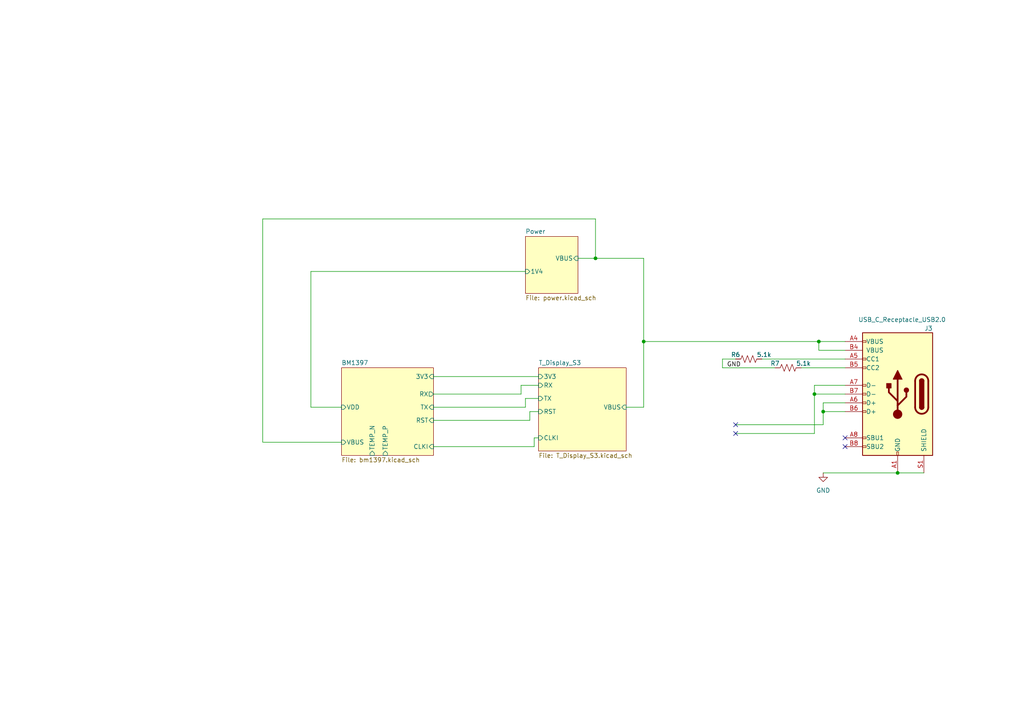
<source format=kicad_sch>
(kicad_sch (version 20231120) (generator "eeschema") (generator_version "8.0")
  (paper "A4")
  (lib_symbols
    (symbol "Device:R_US" (pin_numbers hide) (pin_names (offset 0))
      (property "Reference" "R" (at 2.54 0 90))
      (property "Value" "R_US" (at -2.54 0 90))
      (symbol "R_US_0_1"
        (polyline (pts (xy 0 -2.286) (xy 0 -2.54)))
        (polyline (pts (xy 0 2.286) (xy 0 2.54)))
        (polyline (pts (xy 0 -0.762) (xy 1.016 -1.143) (xy 0 -1.524) (xy -1.016 -1.905) (xy 0 -2.286)))
        (polyline (pts (xy 0 0.762) (xy 1.016 0.381) (xy 0 0) (xy -1.016 -0.381) (xy 0 -0.762)))
        (polyline (pts (xy 0 2.286) (xy 1.016 1.905) (xy 0 1.524) (xy -1.016 1.143) (xy 0 0.762)))
      )
      (symbol "R_US_1_1"
        (pin passive line (at 0 3.81 270) (length 1.27) (name "~") (number "1"))
        (pin passive line (at 0 -3.81 90) (length 1.27) (name "~") (number "2"))
      )
    )
    (symbol "bitaxe:USB_C_Receptacle_USB2.0" (pin_names (offset 1.016))
      (property "Reference" "J" (at -10.16 19.05 0))
      (property "Value" "USB_C_Receptacle_USB2.0" (at 19.05 19.05 0))
      (symbol "USB_C_Receptacle_USB2.0_0_0"
        (rectangle (start -0.254 -17.78) (end 0.254 -16.764))
        (rectangle (start 10.16 -14.986) (end 9.144 -15.494))
        (rectangle (start 10.16 -12.446) (end 9.144 -12.954))
        (rectangle (start 10.16 -4.826) (end 9.144 -5.334))
        (rectangle (start 10.16 -2.286) (end 9.144 -2.794))
        (rectangle (start 10.16 0.254) (end 9.144 -0.254))
        (rectangle (start 10.16 2.794) (end 9.144 2.286))
        (rectangle (start 10.16 7.874) (end 9.144 7.366))
        (rectangle (start 10.16 10.414) (end 9.144 9.906))
        (rectangle (start 10.16 15.494) (end 9.144 14.986))
      )
      (symbol "USB_C_Receptacle_USB2.0_0_1"
        (rectangle (start -10.16 17.78) (end 10.16 -17.78) (stroke (width 0.254)) (fill (type background)))
        (arc (start -8.89 -3.81) (mid -6.985 -5.7067) (end -5.08 -3.81) (stroke (width 0.508)))
        (arc (start -7.62 -3.81) (mid -6.985 -4.4423) (end -6.35 -3.81) (stroke (width 0.254)))
        (arc (start -7.62 -3.81) (mid -6.985 -4.4423) (end -6.35 -3.81) (stroke (width 0.254)) (fill (type outline)))
        (rectangle (start -7.62 -3.81) (end -6.35 3.81) (stroke (width 0.254)) (fill (type outline)))
        (arc (start -6.35 3.81) (mid -6.985 4.4423) (end -7.62 3.81) (stroke (width 0.254)))
        (arc (start -6.35 3.81) (mid -6.985 4.4423) (end -7.62 3.81) (stroke (width 0.254)) (fill (type outline)))
        (arc (start -5.08 3.81) (mid -6.985 5.7067) (end -8.89 3.81) (stroke (width 0.508)))
        (circle (center -2.54 1.143) (radius 0.635) (stroke (width 0.254)) (fill (type outline)))
        (circle (center 0 -5.842) (radius 1.27) (fill (type outline)))
        (polyline (pts (xy -8.89 -3.81) (xy -8.89 3.81)) (stroke (width 0.508)))
        (polyline (pts (xy -5.08 3.81) (xy -5.08 -3.81)) (stroke (width 0.508)))
        (polyline (pts (xy 0 -5.842) (xy 0 4.318)) (stroke (width 0.508)))
        (polyline (pts (xy 0 -3.302) (xy -2.54 -0.762) (xy -2.54 0.508)) (stroke (width 0.508)))
        (polyline (pts (xy 0 -2.032) (xy 2.54 0.508) (xy 2.54 1.778)) (stroke (width 0.508)))
        (polyline (pts (xy -1.27 4.318) (xy 0 6.858) (xy 1.27 4.318) (xy -1.27 4.318)) (stroke (width 0.254)) (fill (type outline)))
        (rectangle (start 1.905 1.778) (end 3.175 3.048) (stroke (width 0.254)) (fill (type outline)))
      )
      (symbol "USB_C_Receptacle_USB2.0_1_1"
        (pin passive line (at 0 -22.86 90) (length 5.08) (name "GND") (number "A1"))
        (pin passive line (at 15.24 15.24 180) (length 5.08) (name "VBUS") (number "A4"))
        (pin bidirectional line (at 15.24 10.16 180) (length 5.08) (name "CC1") (number "A5"))
        (pin bidirectional line (at 15.24 -2.54 180) (length 5.08) (name "D+") (number "A6"))
        (pin bidirectional line (at 15.24 2.54 180) (length 5.08) (name "D-") (number "A7"))
        (pin bidirectional line (at 15.24 -12.7 180) (length 5.08) (name "SBU1") (number "A8"))
        (pin passive line (at 0 -22.86 90) (length 5.08) hide (name "GND") (number "B1"))
        (pin passive line (at 15.24 12.7 180) (length 5.08) (name "VBUS") (number "B4"))
        (pin bidirectional line (at 15.24 7.62 180) (length 5.08) (name "CC2") (number "B5"))
        (pin bidirectional line (at 15.24 -5.08 180) (length 5.08) (name "D+") (number "B6"))
        (pin bidirectional line (at 15.24 0 180) (length 5.08) (name "D-") (number "B7"))
        (pin bidirectional line (at 15.24 -15.24 180) (length 5.08) (name "SBU2") (number "B8"))
        (pin passive line (at -7.62 -22.86 90) (length 5.08) (name "SHIELD") (number "S1"))
      )
    )
    (symbol "power:GND" (power) (pin_numbers hide) (pin_names (offset 0) hide)
      (property "Value" "GND" (at 0 -3.81 0))
      (symbol "GND_0_1"
        (polyline (pts (xy 0 0) (xy 0 -1.27) (xy 1.27 -1.27) (xy 0 -2.54) (xy -1.27 -1.27) (xy 0 -1.27)))
      )
      (symbol "GND_1_1"
        (pin power_in line (at 0 0 270) (length 0) (name "~") (number "1"))
      )
    )
  )
  (junction (at 172.72 74.93))
  (junction (at 238.76 119.38))
  (junction (at 236.22 114.3))
  (junction (at 260.35 137.16))
  (junction (at 186.69 99.06))
  (junction (at 237.49 99.06))
  (no_connect (at 213.36 125.73))
  (no_connect (at 213.36 123.19))
  (no_connect (at 245.11 127))
  (no_connect (at 245.11 129.54))
  (wire (pts (xy 172.72 74.93) (xy 172.72 63.5)))
  (wire (pts (xy 152.4 115.57) (xy 152.4 118.11)))
  (wire (pts (xy 232.41 106.68) (xy 245.11 106.68)))
  (wire (pts (xy 238.76 116.84) (xy 245.11 116.84)))
  (wire (pts (xy 181.61 118.11) (xy 186.69 118.11)))
  (wire (pts (xy 76.2 128.27) (xy 99.06 128.27)))
  (wire (pts (xy 238.76 119.38) (xy 245.11 119.38)))
  (wire (pts (xy 156.21 109.22) (xy 125.73 109.22)))
  (wire (pts (xy 236.22 111.76) (xy 236.22 114.3)))
  (wire (pts (xy 238.76 137.16) (xy 260.35 137.16)))
  (wire (pts (xy 153.67 121.92) (xy 125.73 121.92)))
  (wire (pts (xy 224.79 106.68) (xy 209.55 106.68)))
  (wire (pts (xy 236.22 114.3) (xy 236.22 125.73)))
  (wire (pts (xy 236.22 114.3) (xy 245.11 114.3)))
  (wire (pts (xy 213.36 125.73) (xy 236.22 125.73)))
  (wire (pts (xy 152.4 78.74) (xy 90.17 78.74)))
  (wire (pts (xy 152.4 115.57) (xy 156.21 115.57)))
  (wire (pts (xy 209.55 106.68) (xy 209.55 104.14)))
  (wire (pts (xy 154.94 127) (xy 154.94 129.54)))
  (wire (pts (xy 76.2 63.5) (xy 76.2 128.27)))
  (wire (pts (xy 151.13 111.76) (xy 151.13 114.3)))
  (wire (pts (xy 172.72 74.93) (xy 167.64 74.93)))
  (wire (pts (xy 151.13 114.3) (xy 125.73 114.3)))
  (wire (pts (xy 152.4 118.11) (xy 125.73 118.11)))
  (wire (pts (xy 237.49 99.06) (xy 237.49 101.6)))
  (wire (pts (xy 237.49 101.6) (xy 245.11 101.6)))
  (wire (pts (xy 153.67 119.38) (xy 153.67 121.92)))
  (wire (pts (xy 172.72 63.5) (xy 76.2 63.5)))
  (wire (pts (xy 220.98 104.14) (xy 245.11 104.14)))
  (wire (pts (xy 154.94 129.54) (xy 125.73 129.54)))
  (wire (pts (xy 245.11 111.76) (xy 236.22 111.76)))
  (wire (pts (xy 153.67 119.38) (xy 156.21 119.38)))
  (wire (pts (xy 151.13 111.76) (xy 156.21 111.76)))
  (wire (pts (xy 238.76 123.19) (xy 238.76 119.38)))
  (wire (pts (xy 186.69 99.06) (xy 186.69 118.11)))
  (wire (pts (xy 90.17 78.74) (xy 90.17 118.11)))
  (wire (pts (xy 238.76 119.38) (xy 238.76 116.84)))
  (wire (pts (xy 186.69 74.93) (xy 172.72 74.93)))
  (wire (pts (xy 154.94 127) (xy 156.21 127)))
  (wire (pts (xy 213.36 123.19) (xy 238.76 123.19)))
  (wire (pts (xy 186.69 74.93) (xy 186.69 99.06)))
  (wire (pts (xy 186.69 99.06) (xy 237.49 99.06)))
  (wire (pts (xy 260.35 137.16) (xy 267.97 137.16)))
  (wire (pts (xy 90.17 118.11) (xy 99.06 118.11)))
  (wire (pts (xy 209.55 104.14) (xy 213.36 104.14)))
  (wire (pts (xy 237.49 99.06) (xy 245.11 99.06)))
  (label "GND" (at 210.82 106.68 0))
  (symbol (lib_id "bitaxe:USB_C_Receptacle_USB2.0") (at 260.35 114.3 0) (mirror y) (unit 1)
    (property "Reference" "J3" (at 270.51 95.25 0) (effects (justify left)))
    (property "Value" "USB_C_Receptacle_USB2.0" (at 248.92 92.71 0) (effects (justify right)))
    (property "Footprint" "Connector_USB:USB_C_Receptacle_GCT_USB4105-xx-A_16P_TopMnt_Horizontal" (effects (hide yes)))
    (property "Datasheet" "https://www.usb.org/sites/default/files/documents/usb_type-c.zip" (effects (hide yes)))
    (property "DK" "2073-USB4105-GF-ACT-ND" (effects (hide yes)))
    (property "PARTNO" "USB4105-GF-A" (effects (hide yes)))
  )
  (symbol (lib_id "power:GND") (at 238.76 137.16 0) (unit 1)
    (property "Reference" "#PWR04" (effects (hide yes)))
    (property "Value" "GND" (at 238.76 142.24 0))
    (property "Description" "Power symbol creates a global label with name \"GND\" , ground" (effects (hide yes)))
  )
  (symbol (lib_id "Device:R_US") (at 217.17 104.14 90) (unit 1)
    (property "Reference" "R6" (at 213.36 102.87 90))
    (property "Value" "5.1k" (at 221.615 102.87 90))
    (property "Footprint" "Resistor_SMD:R_0402_1005Metric" (effects (hide yes)))
    (property "DK" "RMCF0402JT5K10CT-ND" (effects (hide yes)))
    (property "PARTNO" "RMCF0402JT5K10" (effects (hide yes)))
  )
  (symbol (lib_id "Device:R_US") (at 228.6 106.68 90) (unit 1)
    (property "Reference" "R7" (at 224.79 105.41 90))
    (property "Value" "5.1k" (at 233.045 105.41 90))
    (property "Footprint" "Resistor_SMD:R_0402_1005Metric" (effects (hide yes)))
    (property "DK" "RMCF0402JT5K10CT-ND" (effects (hide yes)))
    (property "PARTNO" "RMCF0402JT5K10" (effects (hide yes)))
  )
  (sheet (at 99.06 106.68) (size 26.67 25.4) (stroke (width 0.1524)) (fill (color 255 255 194 1.0000))
    (property "Sheetname" "BM1397" (at 99.06 105.9684 0) (effects (justify left bottom)))
    (property "Sheetfile" "bm1397.kicad_sch" (at 99.06 132.6646 0) (effects (justify left top)))
    (pin "VDD" input (at 99.06 118.11 180))
    (pin "TEMP_N" input (at 107.95 132.08 270))
    (pin "TEMP_P" input (at 111.76 132.08 270))
    (pin "TX" input (at 125.73 118.11 0))
    (pin "3V3" input (at 125.73 109.22 0))
    (pin "RX" output (at 125.73 114.3 0))
    (pin "RST" input (at 125.73 121.92 0))
    (pin "CLKI" input (at 125.73 129.54 0))
    (pin "VBUS" input (at 99.06 128.27 180))
  )
  (sheet (at 152.4 68.58) (size 15.24 16.51) (stroke (width 0.1524)) (fill (color 255 255 194 1.0000))
    (property "Sheetname" "Power" (at 152.4 67.8684 0) (effects (justify left bottom)))
    (property "Sheetfile" "power.kicad_sch" (at 152.4 85.6746 0) (effects (justify left top)))
    (pin "VBUS" input (at 167.64 74.93 0))
    (pin "1V4" input (at 152.4 78.74 180))
  )
  (sheet (at 156.21 106.68) (size 25.4 24.13) (stroke (width 0.1524)) (fill (color 255 255 194 1.0000))
    (property "Sheetname" "T_Display_S3" (at 156.21 105.9684 0) (effects (justify left bottom)))
    (property "Sheetfile" "T_Display_S3.kicad_sch" (at 156.21 131.3946 0) (effects (justify left top)))
    (pin "VBUS" input (at 181.61 118.11 0))
    (pin "RX" input (at 156.21 111.76 180))
    (pin "TX" input (at 156.21 115.57 180))
    (pin "RST" input (at 156.21 119.38 180))
    (pin "CLKI" input (at 156.21 127 180))
    (pin "3V3" input (at 156.21 109.22 180))
  )
)
</source>
